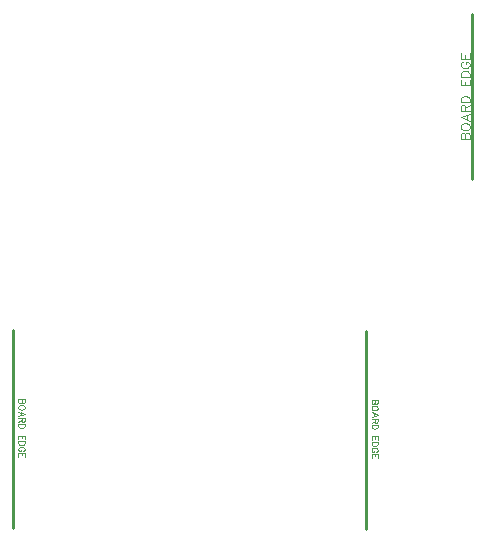
<source format=gbr>
G04 DipTrace 3.3.1.2*
G04 TopAssy.gbr*
%MOIN*%
G04 #@! TF.FileFunction,Drawing,Top*
G04 #@! TF.Part,Single*
%ADD10C,0.009843*%
%ADD88C,0.003088*%
%ADD89C,0.004632*%
%FSLAX26Y26*%
G04*
G70*
G90*
G75*
G01*
G04 TopAssy*
%LPD*%
X3819119Y1883514D2*
D10*
Y1225247D1*
X2642220Y1886042D2*
Y1227774D1*
X4172434Y2389392D2*
Y2940545D1*
X3857417Y1653815D2*
D88*
X3837321D1*
Y1645193D1*
X3838294Y1642319D1*
X3839245Y1641368D1*
X3841146Y1640418D1*
X3844020D1*
X3845943Y1641368D1*
X3846894Y1642319D1*
X3847845Y1645193D1*
X3848817Y1642319D1*
X3849768Y1641368D1*
X3851669Y1640417D1*
X3853593D1*
X3855494Y1641368D1*
X3856467Y1642319D1*
X3857417Y1645193D1*
Y1653815D1*
X3847845D2*
Y1645193D1*
X3857417Y1628494D2*
X3856467Y1630417D1*
X3854543Y1632318D1*
X3852642Y1633291D1*
X3849768Y1634242D1*
X3844971D1*
X3842119Y1633291D1*
X3840195Y1632318D1*
X3838294Y1630417D1*
X3837321Y1628494D1*
Y1624669D1*
X3838294Y1622768D1*
X3840195Y1620845D1*
X3842119Y1619894D1*
X3844971Y1618943D1*
X3849768D1*
X3852642Y1619894D1*
X3854543Y1620845D1*
X3856467Y1622768D1*
X3857417Y1624669D1*
Y1628494D1*
X3837321Y1597447D2*
X3857417Y1605118D1*
X3837321Y1612768D1*
X3844020Y1609894D2*
Y1600321D1*
X3847845Y1591271D2*
Y1582671D1*
X3848817Y1579797D1*
X3849768Y1578824D1*
X3851669Y1577874D1*
X3853593D1*
X3855494Y1578824D1*
X3856467Y1579797D1*
X3857417Y1582671D1*
Y1591271D1*
X3837321D1*
X3847845Y1584572D2*
X3837321Y1577874D1*
X3857417Y1571698D2*
X3837321D1*
Y1564999D1*
X3838294Y1562125D1*
X3840195Y1560202D1*
X3842119Y1559251D1*
X3844971Y1558301D1*
X3849768D1*
X3852642Y1559251D1*
X3854543Y1560202D1*
X3856467Y1562125D1*
X3857417Y1564999D1*
Y1571698D1*
Y1520260D2*
Y1532685D1*
X3837321D1*
Y1520260D1*
X3847845Y1532685D2*
Y1525035D1*
X3857417Y1514084D2*
X3837321D1*
Y1507386D1*
X3838294Y1504512D1*
X3840195Y1502588D1*
X3842119Y1501638D1*
X3844971Y1500687D1*
X3849768D1*
X3852642Y1501638D1*
X3854543Y1502588D1*
X3856467Y1504512D1*
X3857417Y1507386D1*
Y1514084D1*
X3852642Y1480163D2*
X3854543Y1481114D1*
X3856467Y1483037D1*
X3857417Y1484939D1*
Y1488763D1*
X3856467Y1490687D1*
X3854543Y1492588D1*
X3852642Y1493561D1*
X3849768Y1494511D1*
X3844971D1*
X3842119Y1493561D1*
X3840195Y1492588D1*
X3838294Y1490687D1*
X3837321Y1488763D1*
Y1484939D1*
X3838294Y1483037D1*
X3840195Y1481114D1*
X3842119Y1480163D1*
X3844971D1*
Y1484939D1*
X3857417Y1461563D2*
Y1473988D1*
X3837321D1*
Y1461563D1*
X3847845Y1473988D2*
Y1466338D1*
X2680518Y1656342D2*
X2660422D1*
Y1647720D1*
X2661395Y1644846D1*
X2662346Y1643896D1*
X2664247Y1642945D1*
X2667121D1*
X2669044Y1643896D1*
X2669995Y1644846D1*
X2670946Y1647720D1*
X2671918Y1644846D1*
X2672869Y1643896D1*
X2674770Y1642945D1*
X2676694D1*
X2678595Y1643896D1*
X2679568Y1644846D1*
X2680518Y1647720D1*
Y1656342D1*
X2670946D2*
Y1647720D1*
X2680518Y1631021D2*
X2679568Y1632945D1*
X2677644Y1634846D1*
X2675743Y1635819D1*
X2672869Y1636769D1*
X2668072D1*
X2665220Y1635819D1*
X2663296Y1634846D1*
X2661395Y1632945D1*
X2660422Y1631021D1*
Y1627197D1*
X2661395Y1625295D1*
X2663296Y1623372D1*
X2665220Y1622421D1*
X2668072Y1621471D1*
X2672869D1*
X2675743Y1622421D1*
X2677644Y1623372D1*
X2679568Y1625295D1*
X2680518Y1627197D1*
Y1631021D1*
X2660422Y1599974D2*
X2680518Y1607646D1*
X2660422Y1615295D1*
X2667121Y1612421D2*
Y1602848D1*
X2670946Y1593799D2*
Y1585199D1*
X2671918Y1582325D1*
X2672869Y1581352D1*
X2674770Y1580401D1*
X2676694D1*
X2678595Y1581352D1*
X2679568Y1582325D1*
X2680518Y1585199D1*
Y1593799D1*
X2660422D1*
X2670946Y1587100D2*
X2660422Y1580401D1*
X2680518Y1574226D2*
X2660422D1*
Y1567527D1*
X2661395Y1564653D1*
X2663296Y1562730D1*
X2665220Y1561779D1*
X2668072Y1560828D1*
X2672869D1*
X2675743Y1561779D1*
X2677644Y1562730D1*
X2679568Y1564653D1*
X2680518Y1567527D1*
Y1574226D1*
Y1522788D2*
Y1535212D1*
X2660422D1*
Y1522788D1*
X2670946Y1535212D2*
Y1527563D1*
X2680518Y1516612D2*
X2660422D1*
Y1509913D1*
X2661395Y1507039D1*
X2663296Y1505116D1*
X2665220Y1504165D1*
X2668072Y1503215D1*
X2672869D1*
X2675743Y1504165D1*
X2677644Y1505116D1*
X2679568Y1507039D1*
X2680518Y1509913D1*
Y1516612D1*
X2675743Y1482691D2*
X2677644Y1483642D1*
X2679568Y1485565D1*
X2680518Y1487466D1*
Y1491291D1*
X2679568Y1493214D1*
X2677644Y1495116D1*
X2675743Y1496088D1*
X2672869Y1497039D1*
X2668072D1*
X2665220Y1496088D1*
X2663296Y1495116D1*
X2661395Y1493214D1*
X2660422Y1491291D1*
Y1487466D1*
X2661395Y1485565D1*
X2663296Y1483642D1*
X2665220Y1482691D1*
X2668072D1*
Y1487466D1*
X2680518Y1464091D2*
Y1476515D1*
X2660422D1*
Y1464091D1*
X2670946Y1476515D2*
Y1468866D1*
X4134267Y2721312D2*
D89*
Y2702675D1*
X4164411D1*
Y2721312D1*
X4148626Y2702675D2*
Y2714149D1*
X4134267Y2730576D2*
X4164411D1*
Y2740624D1*
X4162952Y2744935D1*
X4160100Y2747820D1*
X4157215Y2749246D1*
X4152937Y2750672D1*
X4145741D1*
X4141430Y2749246D1*
X4138578Y2747820D1*
X4135693Y2744935D1*
X4134267Y2740624D1*
Y2730576D1*
X4141430Y2781457D2*
X4138578Y2780031D1*
X4135693Y2777146D1*
X4134267Y2774294D1*
Y2768557D1*
X4135693Y2765672D1*
X4138578Y2762820D1*
X4141430Y2761361D1*
X4145741Y2759935D1*
X4152937D1*
X4157215Y2761361D1*
X4160100Y2762820D1*
X4162952Y2765672D1*
X4164411Y2768557D1*
Y2774294D1*
X4162952Y2777146D1*
X4160100Y2780031D1*
X4157215Y2781457D1*
X4152937D1*
Y2774294D1*
X4134267Y2809357D2*
Y2790721D1*
X4164411D1*
Y2809357D1*
X4148626Y2790721D2*
Y2802195D1*
X4134644Y2523548D2*
X4164788D1*
X4164789Y2536481D1*
X4163329Y2540792D1*
X4161903Y2542217D1*
X4159052Y2543643D1*
X4154741D1*
X4151855Y2542218D1*
X4150429Y2540792D1*
X4149004Y2536481D1*
X4147544Y2540792D1*
X4146118Y2542218D1*
X4143267Y2543643D1*
X4140381D1*
X4137530Y2542218D1*
X4136070Y2540792D1*
X4134644Y2536481D1*
Y2523548D1*
X4149003D2*
X4149004Y2536481D1*
X4134645Y2561529D2*
X4136070Y2558644D1*
X4138956Y2555792D1*
X4141807Y2554333D1*
X4146118Y2552907D1*
X4153315D1*
X4157592Y2554333D1*
X4160477Y2555792D1*
X4163329Y2558644D1*
X4164788Y2561529D1*
Y2567266D1*
X4163329Y2570118D1*
X4160477Y2573003D1*
X4157592Y2574429D1*
X4153315Y2575855D1*
X4146118D1*
X4141807Y2574429D1*
X4138956Y2573003D1*
X4136070Y2570118D1*
X4134645Y2567266D1*
Y2561529D1*
X4164788Y2608099D2*
X4134644Y2596592D1*
X4164788Y2585118D1*
X4154740Y2589429D2*
Y2603788D1*
X4149004Y2617363D2*
X4149003Y2630263D1*
X4147544Y2634574D1*
X4146118Y2636033D1*
X4143267Y2637459D1*
X4140381D1*
X4137530Y2636033D1*
X4136070Y2634574D1*
X4134644Y2630263D1*
Y2617363D1*
X4164788D1*
X4149003Y2627411D2*
X4164788Y2637459D1*
X4134644Y2646723D2*
X4164788D1*
Y2656771D1*
X4163329Y2661082D1*
X4160477Y2663967D1*
X4157592Y2665393D1*
X4153315Y2666819D1*
X4146118D1*
X4141807Y2665393D1*
X4138955Y2663967D1*
X4136070Y2661082D1*
X4134644Y2656771D1*
Y2646723D1*
M02*

</source>
